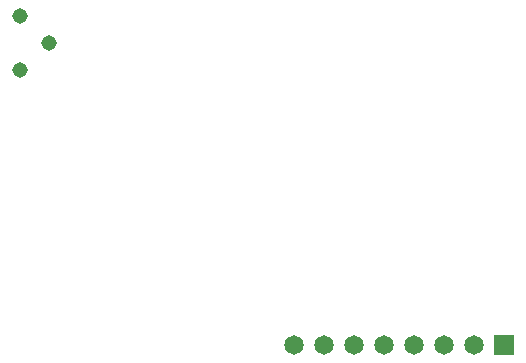
<source format=gbr>
G04 EAGLE Gerber RS-274X export*
G75*
%MOMM*%
%FSLAX34Y34*%
%LPD*%
%INTop Copper*%
%IPPOS*%
%AMOC8*
5,1,8,0,0,1.08239X$1,22.5*%
G01*
%ADD10R,1.651000X1.651000*%
%ADD11C,1.651000*%
%ADD12C,1.308000*%


D10*
X513900Y215100D03*
D11*
X488500Y215100D03*
X463100Y215100D03*
X437700Y215100D03*
X412300Y215100D03*
X386900Y215100D03*
X361500Y215100D03*
X336100Y215100D03*
D12*
X128580Y470600D03*
X104450Y493460D03*
X104450Y447740D03*
M02*

</source>
